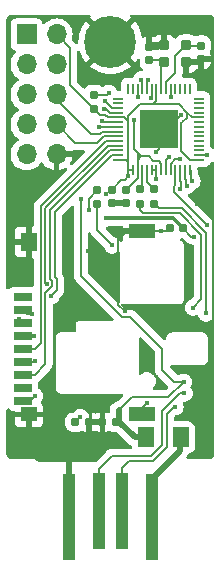
<source format=gtl>
G04 #@! TF.GenerationSoftware,KiCad,Pcbnew,7.0.1-3b83917a11~172~ubuntu22.04.1*
G04 #@! TF.CreationDate,2023-04-10T17:36:39+00:00*
G04 #@! TF.ProjectId,ducklace,6475636b-6c61-4636-952e-6b696361645f,rev?*
G04 #@! TF.SameCoordinates,Original*
G04 #@! TF.FileFunction,Copper,L1,Top*
G04 #@! TF.FilePolarity,Positive*
%FSLAX46Y46*%
G04 Gerber Fmt 4.6, Leading zero omitted, Abs format (unit mm)*
G04 Created by KiCad (PCBNEW 7.0.1-3b83917a11~172~ubuntu22.04.1) date 2023-04-10 17:36:39*
%MOMM*%
%LPD*%
G01*
G04 APERTURE LIST*
G04 Aperture macros list*
%AMRoundRect*
0 Rectangle with rounded corners*
0 $1 Rounding radius*
0 $2 $3 $4 $5 $6 $7 $8 $9 X,Y pos of 4 corners*
0 Add a 4 corners polygon primitive as box body*
4,1,4,$2,$3,$4,$5,$6,$7,$8,$9,$2,$3,0*
0 Add four circle primitives for the rounded corners*
1,1,$1+$1,$2,$3*
1,1,$1+$1,$4,$5*
1,1,$1+$1,$6,$7*
1,1,$1+$1,$8,$9*
0 Add four rect primitives between the rounded corners*
20,1,$1+$1,$2,$3,$4,$5,0*
20,1,$1+$1,$4,$5,$6,$7,0*
20,1,$1+$1,$6,$7,$8,$9,0*
20,1,$1+$1,$8,$9,$2,$3,0*%
G04 Aperture macros list end*
G04 #@! TA.AperFunction,SMDPad,CuDef*
%ADD10R,1.600000X0.700000*%
G04 #@! TD*
G04 #@! TA.AperFunction,SMDPad,CuDef*
%ADD11R,1.400000X1.200000*%
G04 #@! TD*
G04 #@! TA.AperFunction,SMDPad,CuDef*
%ADD12R,2.200000X1.200000*%
G04 #@! TD*
G04 #@! TA.AperFunction,SMDPad,CuDef*
%ADD13R,1.400000X1.600000*%
G04 #@! TD*
G04 #@! TA.AperFunction,SMDPad,CuDef*
%ADD14RoundRect,0.160000X-0.160000X0.197500X-0.160000X-0.197500X0.160000X-0.197500X0.160000X0.197500X0*%
G04 #@! TD*
G04 #@! TA.AperFunction,SMDPad,CuDef*
%ADD15RoundRect,0.050000X0.387500X0.050000X-0.387500X0.050000X-0.387500X-0.050000X0.387500X-0.050000X0*%
G04 #@! TD*
G04 #@! TA.AperFunction,SMDPad,CuDef*
%ADD16RoundRect,0.050000X0.050000X0.387500X-0.050000X0.387500X-0.050000X-0.387500X0.050000X-0.387500X0*%
G04 #@! TD*
G04 #@! TA.AperFunction,SMDPad,CuDef*
%ADD17R,3.200000X3.200000*%
G04 #@! TD*
G04 #@! TA.AperFunction,ComponentPad*
%ADD18R,1.700000X1.700000*%
G04 #@! TD*
G04 #@! TA.AperFunction,ComponentPad*
%ADD19O,1.700000X1.700000*%
G04 #@! TD*
G04 #@! TA.AperFunction,SMDPad,CuDef*
%ADD20RoundRect,0.155000X-0.155000X0.212500X-0.155000X-0.212500X0.155000X-0.212500X0.155000X0.212500X0*%
G04 #@! TD*
G04 #@! TA.AperFunction,SMDPad,CuDef*
%ADD21RoundRect,0.155000X0.155000X-0.212500X0.155000X0.212500X-0.155000X0.212500X-0.155000X-0.212500X0*%
G04 #@! TD*
G04 #@! TA.AperFunction,SMDPad,CuDef*
%ADD22RoundRect,0.155000X-0.212500X-0.155000X0.212500X-0.155000X0.212500X0.155000X-0.212500X0.155000X0*%
G04 #@! TD*
G04 #@! TA.AperFunction,SMDPad,CuDef*
%ADD23RoundRect,0.200000X-0.250000X0.200000X-0.250000X-0.200000X0.250000X-0.200000X0.250000X0.200000X0*%
G04 #@! TD*
G04 #@! TA.AperFunction,SMDPad,CuDef*
%ADD24RoundRect,0.155000X0.212500X0.155000X-0.212500X0.155000X-0.212500X-0.155000X0.212500X-0.155000X0*%
G04 #@! TD*
G04 #@! TA.AperFunction,SMDPad,CuDef*
%ADD25RoundRect,0.250001X0.462499X0.624999X-0.462499X0.624999X-0.462499X-0.624999X0.462499X-0.624999X0*%
G04 #@! TD*
G04 #@! TA.AperFunction,ComponentPad*
%ADD26C,0.700000*%
G04 #@! TD*
G04 #@! TA.AperFunction,ComponentPad*
%ADD27C,4.400000*%
G04 #@! TD*
G04 #@! TA.AperFunction,SMDPad,CuDef*
%ADD28RoundRect,0.160000X0.160000X-0.197500X0.160000X0.197500X-0.160000X0.197500X-0.160000X-0.197500X0*%
G04 #@! TD*
G04 #@! TA.AperFunction,SMDPad,CuDef*
%ADD29R,1.000000X7.400000*%
G04 #@! TD*
G04 #@! TA.AperFunction,SMDPad,CuDef*
%ADD30R,1.000000X6.400000*%
G04 #@! TD*
G04 #@! TA.AperFunction,ViaPad*
%ADD31C,0.400000*%
G04 #@! TD*
G04 #@! TA.AperFunction,Conductor*
%ADD32C,0.200000*%
G04 #@! TD*
G04 #@! TA.AperFunction,Conductor*
%ADD33C,0.500000*%
G04 #@! TD*
G04 #@! TA.AperFunction,Conductor*
%ADD34C,0.300000*%
G04 #@! TD*
G04 APERTURE END LIST*
D10*
G04 #@! TO.P,J3,1,DAT2*
G04 #@! TO.N,unconnected-(J3-DAT2-Pad1)*
X90500000Y-104780000D03*
G04 #@! TO.P,J3,2,DAT3/CD*
G04 #@! TO.N,/SD_~{CS}*
X90500000Y-105880000D03*
G04 #@! TO.P,J3,3,CMD*
G04 #@! TO.N,/SD_COPI*
X90500000Y-106980000D03*
G04 #@! TO.P,J3,4,VDD*
G04 #@! TO.N,+3V3*
X90500000Y-108080000D03*
G04 #@! TO.P,J3,5,CLK*
G04 #@! TO.N,/SD_CLK*
X90500000Y-109180000D03*
G04 #@! TO.P,J3,6,VSS*
G04 #@! TO.N,GND*
X90500000Y-110280000D03*
G04 #@! TO.P,J3,7,DAT0*
G04 #@! TO.N,/SD_CIPO*
X90500000Y-111380000D03*
G04 #@! TO.P,J3,8,DAT1*
G04 #@! TO.N,unconnected-(J3-DAT1-Pad8)*
X90500000Y-112480000D03*
G04 #@! TO.P,J3,9,DET*
G04 #@! TO.N,/SD_DET*
X90500000Y-113580000D03*
D11*
G04 #@! TO.P,J3,10,SHIELD*
G04 #@! TO.N,GND*
X91000000Y-114730000D03*
D12*
X100600000Y-114730000D03*
D13*
X91000000Y-100130000D03*
D12*
X100600000Y-99230000D03*
G04 #@! TD*
D14*
G04 #@! TO.P,R3,1*
G04 #@! TO.N,/DM*
X100400000Y-95682500D03*
G04 #@! TO.P,R3,2*
G04 #@! TO.N,/USBDM*
X100400000Y-96877500D03*
G04 #@! TD*
D15*
G04 #@! TO.P,U1,1,IOVDD*
G04 #@! TO.N,+3V3*
X105437500Y-93180000D03*
G04 #@! TO.P,U1,2,GPIO0*
G04 #@! TO.N,/SD_DET*
X105437500Y-92780000D03*
G04 #@! TO.P,U1,3,GPIO1*
G04 #@! TO.N,unconnected-(U1-GPIO1-Pad3)*
X105437500Y-92380000D03*
G04 #@! TO.P,U1,4,GPIO2*
G04 #@! TO.N,unconnected-(U1-GPIO2-Pad4)*
X105437500Y-91980000D03*
G04 #@! TO.P,U1,5,GPIO3*
G04 #@! TO.N,unconnected-(U1-GPIO3-Pad5)*
X105437500Y-91580000D03*
G04 #@! TO.P,U1,6,GPIO4*
G04 #@! TO.N,unconnected-(U1-GPIO4-Pad6)*
X105437500Y-91180000D03*
G04 #@! TO.P,U1,7,GPIO5*
G04 #@! TO.N,unconnected-(U1-GPIO5-Pad7)*
X105437500Y-90780000D03*
G04 #@! TO.P,U1,8,GPIO6*
G04 #@! TO.N,unconnected-(U1-GPIO6-Pad8)*
X105437500Y-90380000D03*
G04 #@! TO.P,U1,9,GPIO7*
G04 #@! TO.N,unconnected-(U1-GPIO7-Pad9)*
X105437500Y-89980000D03*
G04 #@! TO.P,U1,10,IOVDD*
G04 #@! TO.N,+3V3*
X105437500Y-89580000D03*
G04 #@! TO.P,U1,11,GPIO8*
G04 #@! TO.N,unconnected-(U1-GPIO8-Pad11)*
X105437500Y-89180000D03*
G04 #@! TO.P,U1,12,GPIO9*
G04 #@! TO.N,unconnected-(U1-GPIO9-Pad12)*
X105437500Y-88780000D03*
G04 #@! TO.P,U1,13,GPIO10*
G04 #@! TO.N,unconnected-(U1-GPIO10-Pad13)*
X105437500Y-88380000D03*
G04 #@! TO.P,U1,14,GPIO11*
G04 #@! TO.N,unconnected-(U1-GPIO11-Pad14)*
X105437500Y-87980000D03*
D16*
G04 #@! TO.P,U1,15,GPIO12*
G04 #@! TO.N,unconnected-(U1-GPIO12-Pad15)*
X104600000Y-87142500D03*
G04 #@! TO.P,U1,16,GPIO13*
G04 #@! TO.N,unconnected-(U1-GPIO13-Pad16)*
X104200000Y-87142500D03*
G04 #@! TO.P,U1,17,GPIO14*
G04 #@! TO.N,unconnected-(U1-GPIO14-Pad17)*
X103800000Y-87142500D03*
G04 #@! TO.P,U1,18,GPIO15*
G04 #@! TO.N,unconnected-(U1-GPIO15-Pad18)*
X103400000Y-87142500D03*
G04 #@! TO.P,U1,19,TESTEN*
G04 #@! TO.N,GND*
X103000000Y-87142500D03*
G04 #@! TO.P,U1,20,XIN*
G04 #@! TO.N,/XIN*
X102600000Y-87142500D03*
G04 #@! TO.P,U1,21,XOUT*
G04 #@! TO.N,/XOUT*
X102200000Y-87142500D03*
G04 #@! TO.P,U1,22,IOVDD*
G04 #@! TO.N,+3V3*
X101800000Y-87142500D03*
G04 #@! TO.P,U1,23,DVDD*
G04 #@! TO.N,+1V1*
X101400000Y-87142500D03*
G04 #@! TO.P,U1,24,SWCLK*
G04 #@! TO.N,/SWCLK*
X101000000Y-87142500D03*
G04 #@! TO.P,U1,25,SWD*
G04 #@! TO.N,/SWD*
X100600000Y-87142500D03*
G04 #@! TO.P,U1,26,RUN*
G04 #@! TO.N,/RST*
X100200000Y-87142500D03*
G04 #@! TO.P,U1,27,GPIO16*
G04 #@! TO.N,unconnected-(U1-GPIO16-Pad27)*
X99800000Y-87142500D03*
G04 #@! TO.P,U1,28,GPIO17*
G04 #@! TO.N,unconnected-(U1-GPIO17-Pad28)*
X99400000Y-87142500D03*
D15*
G04 #@! TO.P,U1,29,GPIO18*
G04 #@! TO.N,unconnected-(U1-GPIO18-Pad29)*
X98562500Y-87980000D03*
G04 #@! TO.P,U1,30,GPIO19*
G04 #@! TO.N,unconnected-(U1-GPIO19-Pad30)*
X98562500Y-88380000D03*
G04 #@! TO.P,U1,31,GPIO20*
G04 #@! TO.N,/EXP_RX*
X98562500Y-88780000D03*
G04 #@! TO.P,U1,32,GPIO21*
G04 #@! TO.N,/EXP_~{CS}*
X98562500Y-89180000D03*
G04 #@! TO.P,U1,33,IOVDD*
G04 #@! TO.N,+3V3*
X98562500Y-89580000D03*
G04 #@! TO.P,U1,34,GPIO22*
G04 #@! TO.N,/EXP_SCK*
X98562500Y-89980000D03*
G04 #@! TO.P,U1,35,GPIO23*
G04 #@! TO.N,/EXP_TX*
X98562500Y-90380000D03*
G04 #@! TO.P,U1,36,GPIO24*
G04 #@! TO.N,/EXP_SDA*
X98562500Y-90780000D03*
G04 #@! TO.P,U1,37,GPIO25*
G04 #@! TO.N,/EXP_SCL*
X98562500Y-91180000D03*
G04 #@! TO.P,U1,38,GPIO26_ADC0*
G04 #@! TO.N,/SD_CLK*
X98562500Y-91580000D03*
G04 #@! TO.P,U1,39,GPIO27_ADC1*
G04 #@! TO.N,/SD_COPI*
X98562500Y-91980000D03*
G04 #@! TO.P,U1,40,GPIO28_ADC2*
G04 #@! TO.N,/SD_CIPO*
X98562500Y-92380000D03*
G04 #@! TO.P,U1,41,GPIO29_ADC3*
G04 #@! TO.N,/SD_~{CS}*
X98562500Y-92780000D03*
G04 #@! TO.P,U1,42,IOVDD*
G04 #@! TO.N,+3V3*
X98562500Y-93180000D03*
D16*
G04 #@! TO.P,U1,43,ADC_AVDD*
X99400000Y-94017500D03*
G04 #@! TO.P,U1,44,VREG_IN*
X99800000Y-94017500D03*
G04 #@! TO.P,U1,45,VREG_VOUT*
G04 #@! TO.N,+1V1*
X100200000Y-94017500D03*
G04 #@! TO.P,U1,46,USB_DM*
G04 #@! TO.N,/DM*
X100600000Y-94017500D03*
G04 #@! TO.P,U1,47,USB_DP*
G04 #@! TO.N,/DP*
X101000000Y-94017500D03*
G04 #@! TO.P,U1,48,USB_VDD*
G04 #@! TO.N,+3V3*
X101400000Y-94017500D03*
G04 #@! TO.P,U1,49,IOVDD*
X101800000Y-94017500D03*
G04 #@! TO.P,U1,50,DVDD*
G04 #@! TO.N,+1V1*
X102200000Y-94017500D03*
G04 #@! TO.P,U1,51,QSPI_SD3*
G04 #@! TO.N,/FLASH_SD3*
X102600000Y-94017500D03*
G04 #@! TO.P,U1,52,QSPI_SCLK*
G04 #@! TO.N,/FLASH_CLK*
X103000000Y-94017500D03*
G04 #@! TO.P,U1,53,QSPI_SD0*
G04 #@! TO.N,/FLASH_SD0*
X103400000Y-94017500D03*
G04 #@! TO.P,U1,54,QSPI_SD2*
G04 #@! TO.N,/FLASH_SD2*
X103800000Y-94017500D03*
G04 #@! TO.P,U1,55,QSPI_SD1*
G04 #@! TO.N,/FLASH_SD1*
X104200000Y-94017500D03*
G04 #@! TO.P,U1,56,QSPI_SS*
G04 #@! TO.N,/FLASH_CS*
X104600000Y-94017500D03*
D17*
G04 #@! TO.P,U1,57,GND*
G04 #@! TO.N,GND*
X102000000Y-90580000D03*
G04 #@! TD*
D18*
G04 #@! TO.P,J2,1,Pin_1*
G04 #@! TO.N,+5V*
X90800000Y-82555000D03*
D19*
G04 #@! TO.P,J2,2,Pin_2*
G04 #@! TO.N,+3V3*
X93340000Y-82555000D03*
G04 #@! TO.P,J2,3,Pin_3*
G04 #@! TO.N,/EXP_RX*
X90800000Y-85095000D03*
G04 #@! TO.P,J2,4,Pin_4*
G04 #@! TO.N,unconnected-(J2-Pin_4-Pad4)*
X93340000Y-85095000D03*
G04 #@! TO.P,J2,5,Pin_5*
G04 #@! TO.N,/EXP_~{CS}*
X90800000Y-87635000D03*
G04 #@! TO.P,J2,6,Pin_6*
G04 #@! TO.N,/EXP_SDA*
X93340000Y-87635000D03*
G04 #@! TO.P,J2,7,Pin_7*
G04 #@! TO.N,/EXP_SCK*
X90800000Y-90175000D03*
G04 #@! TO.P,J2,8,Pin_8*
G04 #@! TO.N,/EXP_SCL*
X93340000Y-90175000D03*
G04 #@! TO.P,J2,9,Pin_9*
G04 #@! TO.N,/EXP_TX*
X90800000Y-92715000D03*
G04 #@! TO.P,J2,10,Pin_10*
G04 #@! TO.N,GND*
X93340000Y-92715000D03*
G04 #@! TD*
D20*
G04 #@! TO.P,C3,1*
G04 #@! TO.N,GND*
X101200000Y-83612500D03*
G04 #@! TO.P,C3,2*
G04 #@! TO.N,/XOUT*
X101200000Y-84747500D03*
G04 #@! TD*
D21*
G04 #@! TO.P,C6,1*
G04 #@! TO.N,GND*
X99200000Y-96847500D03*
G04 #@! TO.P,C6,2*
G04 #@! TO.N,+1V1*
X99200000Y-95712500D03*
G04 #@! TD*
G04 #@! TO.P,C2,1*
G04 #@! TO.N,GND*
X105600000Y-84647500D03*
G04 #@! TO.P,C2,2*
G04 #@! TO.N,/XIN*
X105600000Y-83512500D03*
G04 #@! TD*
D22*
G04 #@! TO.P,C4,1*
G04 #@! TO.N,+3V3*
X94932500Y-115380000D03*
G04 #@! TO.P,C4,2*
G04 #@! TO.N,GND*
X96067500Y-115380000D03*
G04 #@! TD*
D23*
G04 #@! TO.P,Y1,1,1*
G04 #@! TO.N,/XIN*
X104325000Y-83455000D03*
G04 #@! TO.P,Y1,2,2*
G04 #@! TO.N,GND*
X102475000Y-83455000D03*
G04 #@! TO.P,Y1,3,3*
G04 #@! TO.N,/XOUT*
X102475000Y-84905000D03*
G04 #@! TO.P,Y1,4,4*
G04 #@! TO.N,GND*
X104325000Y-84905000D03*
G04 #@! TD*
D24*
G04 #@! TO.P,C1,1*
G04 #@! TO.N,+5V*
X98367500Y-115380000D03*
G04 #@! TO.P,C1,2*
G04 #@! TO.N,GND*
X97232500Y-115380000D03*
G04 #@! TD*
D25*
G04 #@! TO.P,F1,1*
G04 #@! TO.N,VBUS*
X103887500Y-116680000D03*
G04 #@! TO.P,F1,2*
G04 #@! TO.N,+5V*
X100912500Y-116680000D03*
G04 #@! TD*
D24*
G04 #@! TO.P,C5,1*
G04 #@! TO.N,+3V3*
X104067500Y-98980000D03*
G04 #@! TO.P,C5,2*
G04 #@! TO.N,GND*
X102932500Y-98980000D03*
G04 #@! TD*
D14*
G04 #@! TO.P,R1,1*
G04 #@! TO.N,/~{USB_BOOT}*
X96800000Y-95702500D03*
G04 #@! TO.P,R1,2*
G04 #@! TO.N,/FLASH_CS*
X96800000Y-96897500D03*
G04 #@! TD*
D26*
G04 #@! TO.P,H1,1,1*
G04 #@! TO.N,GND*
X96250000Y-83180000D03*
X96733274Y-82013274D03*
X96733274Y-84346726D03*
X97900000Y-81530000D03*
D27*
X97900000Y-83180000D03*
D26*
X97900000Y-84830000D03*
X99066726Y-82013274D03*
X99066726Y-84346726D03*
X99550000Y-83180000D03*
G04 #@! TD*
D28*
G04 #@! TO.P,R5,1*
G04 #@! TO.N,+3V3*
X96500000Y-88847500D03*
G04 #@! TO.P,R5,2*
G04 #@! TO.N,/RST*
X96500000Y-87652500D03*
G04 #@! TD*
D29*
G04 #@! TO.P,J1,1,VBUS*
G04 #@! TO.N,VBUS*
X101400000Y-123380000D03*
D30*
G04 #@! TO.P,J1,2,D-*
G04 #@! TO.N,/D-*
X98900000Y-122880000D03*
G04 #@! TO.P,J1,3,D+*
G04 #@! TO.N,/D+*
X96900000Y-122880000D03*
D29*
G04 #@! TO.P,J1,4,GND*
G04 #@! TO.N,GND*
X94400000Y-123380000D03*
G04 #@! TD*
D28*
G04 #@! TO.P,R2,1*
G04 #@! TO.N,/USBDP*
X101600000Y-96877500D03*
G04 #@! TO.P,R2,2*
G04 #@! TO.N,/DP*
X101600000Y-95682500D03*
G04 #@! TD*
D20*
G04 #@! TO.P,C7,1*
G04 #@! TO.N,+3V3*
X98000000Y-95712500D03*
G04 #@! TO.P,C7,2*
G04 #@! TO.N,GND*
X98000000Y-96847500D03*
G04 #@! TD*
D31*
G04 #@! TO.N,+5V*
X98600000Y-114380000D03*
X104100000Y-111980000D03*
X95400000Y-96480000D03*
G04 #@! TO.N,GND*
X105200000Y-96880000D03*
X92500000Y-95000000D03*
X94400000Y-105350000D03*
X96000000Y-100900000D03*
X101750000Y-92500000D03*
X103896800Y-89383200D03*
X103000000Y-87880000D03*
X91150000Y-96400000D03*
X106400000Y-94000000D03*
X101700000Y-106550000D03*
X101100000Y-110000000D03*
X91500000Y-110180000D03*
X104400000Y-106880000D03*
X94250000Y-100250000D03*
X98650000Y-96750000D03*
X102200000Y-99230000D03*
X99100000Y-105980000D03*
X101000000Y-113780000D03*
G04 #@! TO.N,+3V3*
X97500000Y-98130000D03*
X97550000Y-96100000D03*
X95366778Y-114962111D03*
X101800000Y-94780000D03*
X105000000Y-99680000D03*
X91400000Y-108080000D03*
X99400000Y-94580000D03*
G04 #@! TO.N,+1V1*
X99900000Y-89780000D03*
X101300500Y-87903230D03*
G04 #@! TO.N,/~{USB_BOOT}*
X96050000Y-97450000D03*
G04 #@! TO.N,/FLASH_CS*
X104837114Y-94957317D03*
X98053233Y-100403383D03*
G04 #@! TO.N,/USBDP*
X106000000Y-106180000D03*
G04 #@! TO.N,/USBDM*
X104900000Y-105680000D03*
G04 #@! TO.N,/RST*
X97750000Y-87500000D03*
X100200000Y-87812047D03*
G04 #@! TO.N,/SD_~{CS}*
X91300000Y-106230498D03*
X92906504Y-104686504D03*
G04 #@! TO.N,/SD_COPI*
X90200000Y-106629502D03*
X92499500Y-103680000D03*
G04 #@! TO.N,/SWCLK*
X101100000Y-86380000D03*
G04 #@! TO.N,/SWD*
X100500501Y-86381770D03*
G04 #@! TO.N,/FLASH_SD3*
X102849313Y-92929312D03*
G04 #@! TO.N,/FLASH_CLK*
X103803809Y-93076191D03*
G04 #@! TO.N,/FLASH_SD0*
X106099538Y-98700000D03*
G04 #@! TO.N,/FLASH_SD2*
X103758276Y-95651631D03*
G04 #@! TO.N,/FLASH_SD1*
X104390625Y-95357380D03*
G04 #@! TO.N,/D-*
X103400000Y-114080000D03*
G04 #@! TO.N,/D+*
X104174750Y-112954750D03*
G04 #@! TO.N,/SD_DET*
X91500000Y-113180000D03*
X106107047Y-92780000D03*
G04 #@! TO.N,/EXP_TX*
X96909739Y-90374635D03*
G04 #@! TO.N,/EXP_SCK*
X97229177Y-89852700D03*
G04 #@! TO.N,/EXP_~{CS}*
X97396800Y-88853200D03*
G04 #@! TO.N,/EXP_RX*
X97462563Y-88152000D03*
G04 #@! TD*
D32*
G04 #@! TO.N,+5V*
X102300000Y-110980000D02*
X102300000Y-109180000D01*
D33*
X98600000Y-115330000D02*
X99950000Y-116680000D01*
D32*
X95400000Y-102987107D02*
X95400000Y-96480000D01*
D33*
X99950000Y-116680000D02*
X100912500Y-116680000D01*
D32*
X99700000Y-113280000D02*
X102800000Y-113280000D01*
X103300000Y-111980000D02*
X102300000Y-110980000D01*
X98892893Y-106480000D02*
X95400000Y-102987107D01*
D33*
X98600000Y-114380000D02*
X98600000Y-115330000D01*
D32*
X104100000Y-111980000D02*
X103300000Y-111980000D01*
X99600000Y-106480000D02*
X98892893Y-106480000D01*
X98600000Y-114380000D02*
X99700000Y-113280000D01*
X102300000Y-109180000D02*
X99600000Y-106480000D01*
X102800000Y-113280000D02*
X104100000Y-111980000D01*
D33*
G04 #@! TO.N,GND*
X104325000Y-84905000D02*
X105342500Y-84905000D01*
D32*
X105400000Y-96680000D02*
X105200000Y-96880000D01*
X98553233Y-105433233D02*
X99100000Y-105980000D01*
X101000000Y-113780000D02*
X100600000Y-114180000D01*
X105200000Y-96880000D02*
X106599538Y-98279538D01*
X103000000Y-87142500D02*
X103000000Y-87880000D01*
X98553233Y-99976767D02*
X98553233Y-105433233D01*
D33*
X101357500Y-83455000D02*
X101200000Y-83612500D01*
D32*
X103896800Y-89383200D02*
X102700000Y-90580000D01*
X99300000Y-99230000D02*
X98553233Y-99976767D01*
X100600000Y-114180000D02*
X100600000Y-114730000D01*
X91400000Y-110280000D02*
X91500000Y-110180000D01*
D33*
X94400000Y-123380000D02*
X94400000Y-118380000D01*
D32*
X102700000Y-90580000D02*
X102000000Y-90580000D01*
D33*
X105342500Y-84905000D02*
X105600000Y-84647500D01*
D32*
X102000000Y-92250000D02*
X101750000Y-92500000D01*
X102000000Y-90580000D02*
X102000000Y-92250000D01*
X100600000Y-99230000D02*
X99300000Y-99230000D01*
D33*
X102475000Y-83455000D02*
X101357500Y-83455000D01*
D32*
X106599538Y-98279538D02*
X106599538Y-106999538D01*
X105400000Y-96580000D02*
X105400000Y-96680000D01*
X102932500Y-98980000D02*
X102682500Y-99230000D01*
X102682500Y-99230000D02*
X100600000Y-99230000D01*
X90500000Y-110280000D02*
X91400000Y-110280000D01*
G04 #@! TO.N,/XIN*
X104382500Y-83512500D02*
X104325000Y-83455000D01*
X103400000Y-84380000D02*
X104325000Y-83455000D01*
X102600000Y-87142500D02*
X102600000Y-86580000D01*
X105600000Y-83512500D02*
X104382500Y-83512500D01*
X102600000Y-86580000D02*
X103400000Y-85780000D01*
X103400000Y-85780000D02*
X103400000Y-84380000D01*
G04 #@! TO.N,/XOUT*
X102200000Y-85180000D02*
X102200000Y-87142500D01*
X101200000Y-84747500D02*
X102317500Y-84747500D01*
X102317500Y-84747500D02*
X102475000Y-84905000D01*
X102475000Y-84905000D02*
X102200000Y-85180000D01*
G04 #@! TO.N,+3V3*
X99800000Y-94017500D02*
X99400000Y-94017500D01*
X101800000Y-87142500D02*
X101800000Y-88180000D01*
X104396800Y-89590307D02*
X104002082Y-89985025D01*
X99094975Y-89580000D02*
X99400000Y-89885025D01*
X99400000Y-89480000D02*
X99400000Y-89885025D01*
X94490000Y-86837500D02*
X94490000Y-83705000D01*
X103900000Y-92430000D02*
X104650000Y-93180000D01*
X105000000Y-99680000D02*
X104767500Y-99680000D01*
X90500000Y-108080000D02*
X91400000Y-108080000D01*
X104767500Y-99680000D02*
X104067500Y-98980000D01*
X97937500Y-95712500D02*
X97550000Y-96100000D01*
X100400000Y-88480000D02*
X99400000Y-89480000D01*
X98562500Y-93180000D02*
X99200000Y-93180000D01*
X95366778Y-114962111D02*
X95350389Y-114962111D01*
X101800000Y-94017500D02*
X101400000Y-94017500D01*
X97471828Y-89353200D02*
X97005700Y-89353200D01*
X98562500Y-89580000D02*
X99094975Y-89580000D01*
X103994975Y-89985025D02*
X103900000Y-90080000D01*
X99400000Y-89885025D02*
X99400000Y-93380000D01*
X99400000Y-93380000D02*
X99400000Y-94017500D01*
X97005700Y-89353200D02*
X96500000Y-88847500D01*
X94490000Y-83705000D02*
X93340000Y-82555000D01*
X101800000Y-88180000D02*
X101500000Y-88480000D01*
X99400000Y-94017500D02*
X99400000Y-94580000D01*
X104800000Y-89580000D02*
X104396800Y-89176800D01*
X99400000Y-94580000D02*
X99100000Y-94880000D01*
X104396800Y-89176800D02*
X104396800Y-89590307D01*
X104396800Y-89176800D02*
X103700000Y-88480000D01*
X101500000Y-88480000D02*
X100400000Y-88480000D01*
X97698628Y-89580000D02*
X97471828Y-89353200D01*
X99200000Y-93180000D02*
X99400000Y-93380000D01*
X104002082Y-89985025D02*
X103994975Y-89985025D01*
X99100000Y-94880000D02*
X98832500Y-94880000D01*
X104650000Y-93180000D02*
X105437500Y-93180000D01*
X103900000Y-90080000D02*
X103900000Y-92430000D01*
D34*
X97500000Y-98130000D02*
X103217500Y-98130000D01*
D32*
X95350389Y-114962111D02*
X94932500Y-115380000D01*
X96500000Y-88847500D02*
X94490000Y-86837500D01*
X98832500Y-94880000D02*
X98000000Y-95712500D01*
X98562500Y-89580000D02*
X97698628Y-89580000D01*
X103700000Y-88480000D02*
X101500000Y-88480000D01*
X105437500Y-89580000D02*
X104800000Y-89580000D01*
X98000000Y-95712500D02*
X97937500Y-95712500D01*
D34*
X103217500Y-98130000D02*
X104067500Y-98980000D01*
D32*
X101800000Y-94017500D02*
X101800000Y-94780000D01*
G04 #@! TO.N,+1V1*
X99900000Y-89780000D02*
X99900000Y-92280000D01*
X100500000Y-92880000D02*
X100200000Y-93180000D01*
X101400000Y-87803730D02*
X101300500Y-87903230D01*
X101400000Y-87142500D02*
X101400000Y-87803730D01*
X100200000Y-93480000D02*
X100200000Y-92580000D01*
X101530000Y-93280000D02*
X101994975Y-93280000D01*
X100200000Y-94017500D02*
X100200000Y-93480000D01*
X100200000Y-94017500D02*
X100200000Y-94712500D01*
X99900000Y-92280000D02*
X100200000Y-92580000D01*
X100200000Y-94712500D02*
X99200000Y-95712500D01*
X100500000Y-92880000D02*
X101130000Y-92880000D01*
X102200000Y-93485025D02*
X102200000Y-94017500D01*
X100200000Y-93180000D02*
X100200000Y-93480000D01*
X100200000Y-92580000D02*
X100500000Y-92880000D01*
X101994975Y-93280000D02*
X102200000Y-93485025D01*
X101130000Y-92880000D02*
X101530000Y-93280000D01*
D33*
G04 #@! TO.N,VBUS*
X103797106Y-117782894D02*
X101400000Y-120180000D01*
X103887500Y-116680000D02*
X103797106Y-116770394D01*
X103797106Y-116770394D02*
X103797106Y-117782894D01*
X101400000Y-120180000D02*
X101400000Y-123380000D01*
D32*
G04 #@! TO.N,/~{USB_BOOT}*
X96050000Y-96452500D02*
X96050000Y-97450000D01*
X96800000Y-95702500D02*
X96050000Y-96452500D01*
G04 #@! TO.N,/FLASH_CS*
X98053233Y-100403383D02*
X96800000Y-99150150D01*
X104837114Y-94957317D02*
X104691125Y-94811328D01*
X104691125Y-94811328D02*
X104691125Y-94108625D01*
X104691125Y-94108625D02*
X104600000Y-94017500D01*
X96800000Y-99150150D02*
X96800000Y-96897500D01*
G04 #@! TO.N,/USBDP*
X106000000Y-99335848D02*
X103944153Y-97280000D01*
X102002500Y-97280000D02*
X101600000Y-96877500D01*
X103944153Y-97280000D02*
X102002500Y-97280000D01*
X106000000Y-106180000D02*
X106000000Y-99335848D01*
G04 #@! TO.N,/DP*
X101000000Y-95082500D02*
X101600000Y-95682500D01*
X101000000Y-94017500D02*
X101000000Y-95082500D01*
G04 #@! TO.N,/DM*
X100400000Y-95682500D02*
X100600000Y-95482500D01*
X100600000Y-95482500D02*
X100600000Y-94017500D01*
G04 #@! TO.N,/USBDM*
X105600000Y-104980000D02*
X105600000Y-99501533D01*
X100700000Y-97680000D02*
X100400000Y-97380000D01*
X104900000Y-105680000D02*
X105600000Y-104980000D01*
X103778467Y-97680000D02*
X100700000Y-97680000D01*
X105600000Y-99501533D02*
X103778467Y-97680000D01*
X100400000Y-97380000D02*
X100400000Y-96877500D01*
G04 #@! TO.N,/RST*
X100200000Y-87142500D02*
X100200000Y-87812047D01*
X97597500Y-87652500D02*
X96500000Y-87652500D01*
X97750000Y-87500000D02*
X97597500Y-87652500D01*
G04 #@! TO.N,/SD_~{CS}*
X98562500Y-92780000D02*
X98030025Y-92780000D01*
X90850498Y-106230498D02*
X90500000Y-105880000D01*
X93200000Y-103080000D02*
X93399500Y-103279500D01*
X93399500Y-104193508D02*
X92906504Y-104686504D01*
X93200000Y-97610025D02*
X93200000Y-103080000D01*
X98030025Y-92780000D02*
X93200000Y-97610025D01*
X91300000Y-106230498D02*
X90850498Y-106230498D01*
X93399500Y-103279500D02*
X93399500Y-104193508D01*
G04 #@! TO.N,/SD_CLK*
X91500000Y-109180000D02*
X90500000Y-109180000D01*
X92000000Y-97112968D02*
X92000000Y-108680000D01*
X97532967Y-91580000D02*
X92000000Y-97112968D01*
X92000000Y-108680000D02*
X91500000Y-109180000D01*
X98562500Y-91580000D02*
X97532967Y-91580000D01*
G04 #@! TO.N,/SD_COPI*
X92400000Y-103580500D02*
X92499500Y-103680000D01*
X92400000Y-97278653D02*
X92400000Y-103580500D01*
X98562500Y-91980000D02*
X97698653Y-91980000D01*
X90200000Y-106680000D02*
X90500000Y-106980000D01*
X97698653Y-91980000D02*
X92400000Y-97278653D01*
X90200000Y-106629502D02*
X90200000Y-106680000D01*
G04 #@! TO.N,/SD_CIPO*
X97864339Y-92380000D02*
X98562500Y-92380000D01*
X92400000Y-104486607D02*
X92999500Y-103887107D01*
X92800000Y-103273393D02*
X92800000Y-97444339D01*
X91500000Y-111380000D02*
X92400000Y-110480000D01*
X92800000Y-97444339D02*
X97864339Y-92380000D01*
X92400000Y-110480000D02*
X92400000Y-104486607D01*
X92999500Y-103887107D02*
X92999500Y-103472893D01*
X90500000Y-111380000D02*
X91500000Y-111380000D01*
X92999500Y-103472893D02*
X92800000Y-103273393D01*
G04 #@! TO.N,/SWCLK*
X101000000Y-87142500D02*
X101000000Y-86480000D01*
X101000000Y-86480000D02*
X101100000Y-86380000D01*
G04 #@! TO.N,/SWD*
X100600000Y-86481269D02*
X100500501Y-86381770D01*
X100600000Y-87142500D02*
X100600000Y-86481269D01*
G04 #@! TO.N,/FLASH_SD3*
X102600000Y-93273393D02*
X102600000Y-93178625D01*
X102600000Y-93178625D02*
X102849313Y-92929312D01*
X102600000Y-94017500D02*
X102600000Y-93273393D01*
G04 #@! TO.N,/FLASH_CLK*
X103408834Y-93076191D02*
X103000000Y-93485025D01*
X103000000Y-93485025D02*
X103000000Y-94017500D01*
X103803809Y-93076191D02*
X103408834Y-93076191D01*
G04 #@! TO.N,/FLASH_SD0*
X103258276Y-95858738D02*
X103258276Y-95444524D01*
X106099538Y-98700000D02*
X103258276Y-95858738D01*
X103400000Y-95302800D02*
X103400000Y-94017500D01*
X103258276Y-95444524D02*
X103400000Y-95302800D01*
G04 #@! TO.N,/FLASH_SD2*
X103800000Y-94951955D02*
X103891125Y-95043080D01*
X103800000Y-94017500D02*
X103800000Y-94951955D01*
X103891125Y-95518782D02*
X103758276Y-95651631D01*
X103891125Y-95043080D02*
X103891125Y-95518782D01*
G04 #@! TO.N,/FLASH_SD1*
X104291125Y-95257880D02*
X104291125Y-94877395D01*
X104200000Y-94786269D02*
X104200000Y-94017500D01*
X104390625Y-95357380D02*
X104291125Y-95257880D01*
X104291125Y-94877395D02*
X104200000Y-94786269D01*
G04 #@! TO.N,/D-*
X99500000Y-118680000D02*
X101500000Y-118680000D01*
X98900000Y-122880000D02*
X98900000Y-119280000D01*
X102700000Y-117480000D02*
X102700000Y-114680000D01*
X98900000Y-119280000D02*
X99500000Y-118680000D01*
X101500000Y-118680000D02*
X102700000Y-117480000D01*
X102700000Y-114680000D02*
X103300000Y-114080000D01*
X103300000Y-114080000D02*
X103400000Y-114080000D01*
G04 #@! TO.N,/D+*
X98000000Y-118280000D02*
X96900000Y-119380000D01*
X103818143Y-112954750D02*
X102300000Y-114472893D01*
X102300000Y-114472893D02*
X102300000Y-117314314D01*
X104174750Y-112954750D02*
X103818143Y-112954750D01*
X96900000Y-119380000D02*
X96900000Y-122880000D01*
X101334314Y-118280000D02*
X98000000Y-118280000D01*
X102300000Y-117314314D02*
X101334314Y-118280000D01*
G04 #@! TO.N,/SD_DET*
X91500000Y-113180000D02*
X91100000Y-113580000D01*
X105437500Y-92780000D02*
X106107047Y-92780000D01*
X91100000Y-113580000D02*
X90500000Y-113580000D01*
G04 #@! TO.N,/EXP_SCL*
X94915000Y-91750000D02*
X93340000Y-90175000D01*
X98562500Y-91180000D02*
X97367281Y-91180000D01*
X96797281Y-91750000D02*
X94915000Y-91750000D01*
X97367281Y-91180000D02*
X96797281Y-91750000D01*
G04 #@! TO.N,/EXP_SDA*
X93340000Y-88090000D02*
X93340000Y-87635000D01*
X96981595Y-91000000D02*
X96250000Y-91000000D01*
X96250000Y-91000000D02*
X93340000Y-88090000D01*
X98562500Y-90780000D02*
X97201595Y-90780000D01*
X97201595Y-90780000D02*
X96981595Y-91000000D01*
G04 #@! TO.N,/EXP_TX*
X98562500Y-90380000D02*
X96915104Y-90380000D01*
X96915104Y-90380000D02*
X96909739Y-90374635D01*
G04 #@! TO.N,/EXP_SCK*
X97229177Y-89852700D02*
X97356477Y-89980000D01*
X97356477Y-89980000D02*
X98562500Y-89980000D01*
G04 #@! TO.N,/EXP_~{CS}*
X97864314Y-89180000D02*
X98562500Y-89180000D01*
X97396800Y-88853200D02*
X97537514Y-88853200D01*
X97537514Y-88853200D02*
X97864314Y-89180000D01*
G04 #@! TO.N,/EXP_RX*
X98030000Y-88780000D02*
X98562500Y-88780000D01*
X97462563Y-88152000D02*
X97462563Y-88212563D01*
X97462563Y-88212563D02*
X98030000Y-88780000D01*
G04 #@! TD*
G04 #@! TA.AperFunction,Conductor*
G04 #@! TO.N,GND*
G36*
X94748385Y-97058804D02*
G01*
X94785985Y-97102827D01*
X94799500Y-97159122D01*
X94799500Y-102939620D01*
X94798439Y-102955806D01*
X94794317Y-102987107D01*
X94806035Y-103076108D01*
X94814955Y-103143868D01*
X94875464Y-103289948D01*
X94971716Y-103415388D01*
X94996768Y-103434610D01*
X95008964Y-103445306D01*
X98131477Y-106567819D01*
X98161727Y-106617182D01*
X98166269Y-106674898D01*
X98144114Y-106728385D01*
X98100091Y-106765985D01*
X98043796Y-106779500D01*
X95252405Y-106779500D01*
X95161876Y-106808914D01*
X95084866Y-106864866D01*
X95028914Y-106941876D01*
X94999500Y-107032405D01*
X94999500Y-107645587D01*
X94990062Y-107693037D01*
X94963186Y-107733264D01*
X94953274Y-107743177D01*
X94913044Y-107770060D01*
X94865588Y-107779500D01*
X93647273Y-107779500D01*
X93545412Y-107806792D01*
X93454085Y-107859520D01*
X93379520Y-107934085D01*
X93326792Y-108025412D01*
X93299500Y-108127273D01*
X93299500Y-112536394D01*
X93324596Y-112646350D01*
X93373532Y-112747967D01*
X93403765Y-112785877D01*
X93443854Y-112836146D01*
X93492910Y-112875267D01*
X93532032Y-112906467D01*
X93633649Y-112955403D01*
X93743606Y-112980500D01*
X93743607Y-112980500D01*
X93777410Y-112980500D01*
X93800000Y-112980500D01*
X93839882Y-112980500D01*
X98850903Y-112980500D01*
X98907198Y-112994015D01*
X98951221Y-113031615D01*
X98973376Y-113085102D01*
X98968834Y-113142818D01*
X98938584Y-113192181D01*
X98521829Y-113608934D01*
X98491406Y-113631242D01*
X98455683Y-113643369D01*
X98383289Y-113656135D01*
X98222195Y-113725623D01*
X98081469Y-113830390D01*
X97968699Y-113964783D01*
X97889958Y-114121570D01*
X97849500Y-114292277D01*
X97849500Y-114495283D01*
X97836423Y-114550708D01*
X97799952Y-114594444D01*
X97747777Y-114617265D01*
X97690904Y-114614359D01*
X97548280Y-114572922D01*
X97511148Y-114570000D01*
X97482500Y-114570000D01*
X97482500Y-116190000D01*
X97511148Y-116190000D01*
X97548282Y-116187077D01*
X97707195Y-116140908D01*
X97736386Y-116123645D01*
X97799508Y-116106377D01*
X97862628Y-116123644D01*
X97892600Y-116141370D01*
X98051642Y-116187576D01*
X98088797Y-116190500D01*
X98347769Y-116190499D01*
X98395221Y-116199938D01*
X98435450Y-116226818D01*
X99374267Y-117165634D01*
X99386048Y-117179266D01*
X99400390Y-117198530D01*
X99438355Y-117230386D01*
X99446317Y-117237684D01*
X99450224Y-117241591D01*
X99474542Y-117260819D01*
X99477298Y-117263063D01*
X99534786Y-117311302D01*
X99534788Y-117311303D01*
X99535757Y-117312116D01*
X99552177Y-117322576D01*
X99553321Y-117323109D01*
X99553323Y-117323111D01*
X99621357Y-117354835D01*
X99624483Y-117356348D01*
X99642911Y-117365604D01*
X99689347Y-117406030D01*
X99703881Y-117445517D01*
X99705729Y-117444905D01*
X99729452Y-117516495D01*
X99734303Y-117574363D01*
X99712276Y-117628093D01*
X99668202Y-117665903D01*
X99611746Y-117679500D01*
X98047487Y-117679500D01*
X98031302Y-117678439D01*
X98027376Y-117677922D01*
X97999999Y-117674317D01*
X97964741Y-117678959D01*
X97960639Y-117679500D01*
X97843237Y-117694956D01*
X97697159Y-117755463D01*
X97571716Y-117851718D01*
X97552494Y-117876770D01*
X97541800Y-117888964D01*
X96687083Y-118743681D01*
X96646855Y-118770561D01*
X96599402Y-118780000D01*
X91883441Y-118780000D01*
X91835989Y-118770561D01*
X91795760Y-118743682D01*
X91753867Y-118701789D01*
X91710289Y-118658211D01*
X91579179Y-118570606D01*
X91433494Y-118510261D01*
X91278844Y-118479500D01*
X91278842Y-118479500D01*
X91222590Y-118479500D01*
X89508127Y-118479500D01*
X89491942Y-118478439D01*
X89472563Y-118475887D01*
X89412784Y-118468017D01*
X89381519Y-118459639D01*
X89315335Y-118432225D01*
X89287300Y-118416039D01*
X89230462Y-118372425D01*
X89207574Y-118349537D01*
X89163960Y-118292699D01*
X89147774Y-118264664D01*
X89145165Y-118258366D01*
X89120359Y-118198479D01*
X89111982Y-118167213D01*
X89101561Y-118088058D01*
X89100500Y-118071873D01*
X89100500Y-114980000D01*
X89800000Y-114980000D01*
X89800000Y-115377824D01*
X89806402Y-115437375D01*
X89856647Y-115572089D01*
X89942811Y-115687188D01*
X90057910Y-115773352D01*
X90192624Y-115823597D01*
X90252176Y-115830000D01*
X90750000Y-115830000D01*
X90750000Y-114980000D01*
X91250000Y-114980000D01*
X91250000Y-115830000D01*
X91747824Y-115830000D01*
X91807375Y-115823597D01*
X91942089Y-115773352D01*
X92057188Y-115687188D01*
X92121556Y-115601204D01*
X94064500Y-115601204D01*
X94067423Y-115638359D01*
X94113629Y-115797398D01*
X94197937Y-115939955D01*
X94315044Y-116057062D01*
X94315046Y-116057063D01*
X94457600Y-116141370D01*
X94616642Y-116187576D01*
X94653797Y-116190500D01*
X95211202Y-116190499D01*
X95211204Y-116190499D01*
X95248359Y-116187576D01*
X95407397Y-116141371D01*
X95407397Y-116141370D01*
X95407400Y-116141370D01*
X95437370Y-116123645D01*
X95500490Y-116106377D01*
X95563612Y-116123645D01*
X95592801Y-116140907D01*
X95751717Y-116187077D01*
X95788852Y-116190000D01*
X95817500Y-116190000D01*
X95817500Y-115630000D01*
X96317500Y-115630000D01*
X96317500Y-116190000D01*
X96346148Y-116190000D01*
X96383282Y-116187077D01*
X96542197Y-116140907D01*
X96586875Y-116114484D01*
X96649998Y-116097214D01*
X96713121Y-116114483D01*
X96757801Y-116140907D01*
X96916717Y-116187077D01*
X96953852Y-116190000D01*
X96982500Y-116190000D01*
X96982500Y-115630000D01*
X96317500Y-115630000D01*
X95817500Y-115630000D01*
X95817500Y-115554472D01*
X95828424Y-115503581D01*
X95859273Y-115461657D01*
X95886681Y-115437375D01*
X95894961Y-115430040D01*
X95991596Y-115290041D01*
X96051918Y-115130983D01*
X96070403Y-114978739D01*
X96076902Y-114962111D01*
X96309379Y-114962111D01*
X96317500Y-114993686D01*
X96317500Y-115130000D01*
X96982500Y-115130000D01*
X96982500Y-114570000D01*
X96953852Y-114570000D01*
X96916717Y-114572922D01*
X96757802Y-114619092D01*
X96713119Y-114645517D01*
X96649998Y-114662784D01*
X96586878Y-114645516D01*
X96542198Y-114619092D01*
X96383282Y-114572922D01*
X96346148Y-114570000D01*
X96317500Y-114570000D01*
X96317500Y-114930536D01*
X96309379Y-114962111D01*
X96076902Y-114962111D01*
X96076902Y-114962110D01*
X96070404Y-114945483D01*
X96063960Y-114892416D01*
X96051918Y-114793239D01*
X95991596Y-114634181D01*
X95932059Y-114547927D01*
X95894962Y-114494183D01*
X95877525Y-114478735D01*
X95767630Y-114381377D01*
X95682876Y-114336894D01*
X95617002Y-114302320D01*
X95492542Y-114271644D01*
X95451834Y-114261611D01*
X95281722Y-114261611D01*
X95249062Y-114269660D01*
X95116553Y-114302320D01*
X94965927Y-114381376D01*
X94838592Y-114494184D01*
X94823572Y-114515944D01*
X94779149Y-114555297D01*
X94721527Y-114569500D01*
X94653796Y-114569500D01*
X94616640Y-114572423D01*
X94457601Y-114618629D01*
X94315044Y-114702937D01*
X94197937Y-114820044D01*
X94113629Y-114962600D01*
X94067424Y-115121639D01*
X94064500Y-115158799D01*
X94064500Y-115601204D01*
X92121556Y-115601204D01*
X92143352Y-115572089D01*
X92193597Y-115437375D01*
X92200000Y-115377824D01*
X92200000Y-114980000D01*
X91250000Y-114980000D01*
X90750000Y-114980000D01*
X89800000Y-114980000D01*
X89100500Y-114980000D01*
X89100500Y-114336894D01*
X89115668Y-114277467D01*
X89157461Y-114232579D01*
X89215654Y-114213210D01*
X89276011Y-114224100D01*
X89323766Y-114262582D01*
X89342454Y-114287546D01*
X89457669Y-114373796D01*
X89592517Y-114424091D01*
X89652127Y-114430500D01*
X89652130Y-114430499D01*
X89652131Y-114430500D01*
X89699138Y-114430500D01*
X89746591Y-114439939D01*
X89786819Y-114466819D01*
X89800000Y-114480000D01*
X92200000Y-114480000D01*
X92200000Y-114082176D01*
X92193597Y-114022624D01*
X92143352Y-113887910D01*
X92050681Y-113764117D01*
X92029129Y-113717714D01*
X92028146Y-113666561D01*
X92047899Y-113619365D01*
X92124818Y-113507930D01*
X92185140Y-113348872D01*
X92205645Y-113180000D01*
X92185140Y-113011128D01*
X92124818Y-112852070D01*
X92028183Y-112712071D01*
X91900852Y-112599266D01*
X91866873Y-112581432D01*
X91818382Y-112535786D01*
X91800499Y-112471636D01*
X91800499Y-112082130D01*
X91792426Y-112007030D01*
X91796024Y-112006643D01*
X91792620Y-111973139D01*
X91817669Y-111915586D01*
X91825286Y-111909812D01*
X91864012Y-111857596D01*
X91928282Y-111808282D01*
X91947509Y-111783223D01*
X91958190Y-111771043D01*
X92791043Y-110938190D01*
X92803223Y-110927509D01*
X92828282Y-110908282D01*
X92924536Y-110782841D01*
X92985044Y-110636762D01*
X92996415Y-110550389D01*
X93005682Y-110480000D01*
X93001560Y-110448697D01*
X93000500Y-110432513D01*
X93000500Y-105481949D01*
X93012472Y-105428791D01*
X93046077Y-105385898D01*
X93094825Y-105361552D01*
X93101627Y-105359875D01*
X93156729Y-105346294D01*
X93307356Y-105267238D01*
X93434687Y-105154433D01*
X93531322Y-105014434D01*
X93585124Y-104872565D01*
X93613383Y-104828858D01*
X93790543Y-104651698D01*
X93802723Y-104641017D01*
X93827782Y-104621790D01*
X93924036Y-104496349D01*
X93984544Y-104350270D01*
X94000000Y-104232869D01*
X94005182Y-104193508D01*
X94001060Y-104162205D01*
X94000000Y-104146021D01*
X94000000Y-103326987D01*
X94001061Y-103310801D01*
X94005182Y-103279500D01*
X93984544Y-103122738D01*
X93924036Y-102976659D01*
X93902319Y-102948357D01*
X93827782Y-102851218D01*
X93826124Y-102849057D01*
X93807081Y-102813429D01*
X93800500Y-102773571D01*
X93800500Y-97910122D01*
X93809939Y-97862669D01*
X93836819Y-97822441D01*
X94587819Y-97071441D01*
X94637182Y-97041191D01*
X94694898Y-97036649D01*
X94748385Y-97058804D01*
G37*
G04 #@! TD.AperFunction*
G04 #@! TA.AperFunction,Conductor*
G36*
X104024855Y-99799938D02*
G01*
X104065082Y-99826817D01*
X104214763Y-99976499D01*
X104309302Y-100071038D01*
X104319997Y-100083233D01*
X104328164Y-100093877D01*
X104339218Y-100108282D01*
X104370712Y-100132448D01*
X104370714Y-100132450D01*
X104464659Y-100204536D01*
X104515061Y-100225413D01*
X104589520Y-100256255D01*
X104599683Y-100261015D01*
X104749775Y-100339790D01*
X104905175Y-100378092D01*
X104953923Y-100402438D01*
X104987528Y-100445331D01*
X104999500Y-100498489D01*
X104999500Y-104679902D01*
X104990061Y-104727355D01*
X104963181Y-104767583D01*
X104754878Y-104975885D01*
X104696875Y-105008600D01*
X104649775Y-105020210D01*
X104499150Y-105099264D01*
X104371815Y-105212072D01*
X104275182Y-105352069D01*
X104214860Y-105511127D01*
X104194354Y-105680000D01*
X104214860Y-105848872D01*
X104275182Y-106007930D01*
X104371815Y-106147927D01*
X104371816Y-106147928D01*
X104371817Y-106147929D01*
X104499148Y-106260734D01*
X104649775Y-106339790D01*
X104814944Y-106380500D01*
X104985055Y-106380500D01*
X104985056Y-106380500D01*
X105150225Y-106339790D01*
X105160719Y-106334282D01*
X105228324Y-106320479D01*
X105292840Y-106344946D01*
X105334290Y-106400106D01*
X105375181Y-106507930D01*
X105471815Y-106647927D01*
X105471816Y-106647928D01*
X105471817Y-106647929D01*
X105599148Y-106760734D01*
X105749775Y-106839790D01*
X105914944Y-106880500D01*
X106085055Y-106880500D01*
X106085056Y-106880500D01*
X106250225Y-106839790D01*
X106400852Y-106760734D01*
X106493274Y-106678855D01*
X106542925Y-106652027D01*
X106599324Y-106649982D01*
X106650788Y-106673145D01*
X106686657Y-106716716D01*
X106699500Y-106771672D01*
X106699500Y-118071873D01*
X106698439Y-118088060D01*
X106688017Y-118167215D01*
X106679639Y-118198480D01*
X106652225Y-118264664D01*
X106636039Y-118292699D01*
X106592425Y-118349537D01*
X106569537Y-118372425D01*
X106512699Y-118416039D01*
X106484664Y-118432225D01*
X106418480Y-118459639D01*
X106387215Y-118468017D01*
X106324008Y-118476339D01*
X106308057Y-118478439D01*
X106291873Y-118479500D01*
X104639882Y-118479500D01*
X104600000Y-118479500D01*
X104521158Y-118479500D01*
X104502520Y-118483207D01*
X104473573Y-118488965D01*
X104411058Y-118485276D01*
X104358318Y-118451509D01*
X104328805Y-118396277D01*
X104330045Y-118333665D01*
X104355859Y-118289643D01*
X104354213Y-118288342D01*
X104372934Y-118264664D01*
X104377939Y-118258333D01*
X104380196Y-118255564D01*
X104394959Y-118237969D01*
X104428408Y-118198108D01*
X104428409Y-118198105D01*
X104429221Y-118197138D01*
X104439681Y-118180719D01*
X104440215Y-118179573D01*
X104440217Y-118179571D01*
X104471932Y-118111556D01*
X104473462Y-118108394D01*
X104482750Y-118089900D01*
X104512480Y-118051734D01*
X104554557Y-118027847D01*
X104669334Y-117989814D01*
X104818655Y-117897711D01*
X104942711Y-117773655D01*
X104953932Y-117755463D01*
X105034813Y-117624336D01*
X105089999Y-117457797D01*
X105100500Y-117355008D01*
X105100500Y-116004992D01*
X105089999Y-115902202D01*
X105034813Y-115735663D01*
X104942711Y-115586344D01*
X104818655Y-115462288D01*
X104669336Y-115370186D01*
X104502797Y-115315000D01*
X104400008Y-115304500D01*
X103424500Y-115304500D01*
X103362500Y-115287887D01*
X103317113Y-115242500D01*
X103300500Y-115180500D01*
X103300500Y-114980097D01*
X103309939Y-114932644D01*
X103336819Y-114892416D01*
X103412416Y-114816819D01*
X103452644Y-114789939D01*
X103470976Y-114786292D01*
X103470437Y-114784103D01*
X103485055Y-114780500D01*
X103485056Y-114780500D01*
X103650225Y-114739790D01*
X103800852Y-114660734D01*
X103928183Y-114547929D01*
X104024818Y-114407930D01*
X104085140Y-114248872D01*
X104105645Y-114080000D01*
X104085140Y-113911128D01*
X104076335Y-113887910D01*
X104051802Y-113823220D01*
X104044648Y-113764303D01*
X104065694Y-113708810D01*
X104110119Y-113669453D01*
X104167744Y-113655250D01*
X104259805Y-113655250D01*
X104259806Y-113655250D01*
X104424975Y-113614540D01*
X104575602Y-113535484D01*
X104702933Y-113422679D01*
X104799568Y-113282680D01*
X104859890Y-113123622D01*
X104880395Y-112954750D01*
X104859890Y-112785878D01*
X104799568Y-112626820D01*
X104702933Y-112486821D01*
X104702929Y-112486817D01*
X104700756Y-112483669D01*
X104681312Y-112438031D01*
X104681312Y-112388423D01*
X104700754Y-112342790D01*
X104724818Y-112307930D01*
X104785140Y-112148872D01*
X104805645Y-111980000D01*
X104785140Y-111811128D01*
X104724818Y-111652070D01*
X104676500Y-111582070D01*
X104628184Y-111512072D01*
X104628183Y-111512071D01*
X104500852Y-111399266D01*
X104482304Y-111389531D01*
X104350224Y-111320209D01*
X104225765Y-111289533D01*
X104185056Y-111279500D01*
X104014944Y-111279500D01*
X104001389Y-111282841D01*
X103849775Y-111320209D01*
X103806008Y-111343181D01*
X103763871Y-111365296D01*
X103706246Y-111379500D01*
X103600097Y-111379500D01*
X103552644Y-111370061D01*
X103512416Y-111343181D01*
X102940929Y-110771694D01*
X102909079Y-110717002D01*
X102908369Y-110653715D01*
X102938983Y-110598321D01*
X102992948Y-110565252D01*
X103056200Y-110563122D01*
X103132340Y-110580500D01*
X103177410Y-110580500D01*
X103200000Y-110580500D01*
X103239882Y-110580500D01*
X105560118Y-110580500D01*
X105622590Y-110580500D01*
X105667660Y-110580500D01*
X105667661Y-110580500D01*
X105759038Y-110559644D01*
X105799588Y-110550389D01*
X105921507Y-110491675D01*
X106027305Y-110407305D01*
X106111675Y-110301507D01*
X106170389Y-110179588D01*
X106200500Y-110047660D01*
X106200500Y-109980000D01*
X106200500Y-109940118D01*
X106200500Y-108357410D01*
X106200500Y-108312340D01*
X106184312Y-108241416D01*
X106170389Y-108180412D01*
X106164360Y-108167892D01*
X106111675Y-108058493D01*
X106027305Y-107952695D01*
X105921507Y-107868325D01*
X105858893Y-107838171D01*
X105799587Y-107809610D01*
X105667661Y-107779500D01*
X105667660Y-107779500D01*
X105622590Y-107779500D01*
X103239882Y-107779500D01*
X103200000Y-107779500D01*
X103132340Y-107779500D01*
X103132339Y-107779500D01*
X103000412Y-107809610D01*
X102878494Y-107868324D01*
X102772695Y-107952695D01*
X102688324Y-108058494D01*
X102629610Y-108180412D01*
X102599500Y-108312339D01*
X102599500Y-108330903D01*
X102585985Y-108387198D01*
X102548385Y-108431221D01*
X102494898Y-108453376D01*
X102437182Y-108448834D01*
X102387819Y-108418584D01*
X100058199Y-106088964D01*
X100047503Y-106076768D01*
X100028281Y-106051716D01*
X99902840Y-105955463D01*
X99756762Y-105894956D01*
X99639361Y-105879500D01*
X99634780Y-105878897D01*
X99600000Y-105874317D01*
X99572163Y-105877982D01*
X99568697Y-105878439D01*
X99552513Y-105879500D01*
X99192990Y-105879500D01*
X99145537Y-105870061D01*
X99105309Y-105843181D01*
X98821748Y-105559620D01*
X98789654Y-105504033D01*
X98789654Y-105439845D01*
X98821748Y-105384258D01*
X98877335Y-105352164D01*
X98941523Y-105352164D01*
X98945410Y-105353205D01*
X98945413Y-105353207D01*
X99047273Y-105380500D01*
X99077410Y-105380500D01*
X99100000Y-105380500D01*
X99139882Y-105380500D01*
X103660118Y-105380500D01*
X103722590Y-105380500D01*
X103752727Y-105380500D01*
X103854587Y-105353207D01*
X103866561Y-105346294D01*
X103945913Y-105300480D01*
X104020480Y-105225913D01*
X104073207Y-105134587D01*
X104100500Y-105032727D01*
X104100500Y-104980000D01*
X104100500Y-104940118D01*
X104100500Y-100357410D01*
X104100500Y-100327273D01*
X104073207Y-100225413D01*
X104073207Y-100225412D01*
X104020479Y-100134085D01*
X103945913Y-100059519D01*
X103880730Y-100021886D01*
X103835343Y-99976499D01*
X103818730Y-99914499D01*
X103835343Y-99852499D01*
X103880730Y-99807112D01*
X103942728Y-99790499D01*
X103977403Y-99790499D01*
X104024855Y-99799938D01*
G37*
G04 #@! TD.AperFunction*
G04 #@! TA.AperFunction,Conductor*
G36*
X100462818Y-108211166D02*
G01*
X100512181Y-108241416D01*
X101663181Y-109392416D01*
X101690061Y-109432644D01*
X101699500Y-109480097D01*
X101699500Y-110932513D01*
X101698439Y-110948699D01*
X101694317Y-110980000D01*
X101699500Y-111019360D01*
X101699500Y-111019361D01*
X101714956Y-111136762D01*
X101778282Y-111289646D01*
X101787181Y-111347932D01*
X101806683Y-111350572D01*
X101857329Y-111389530D01*
X101871718Y-111408282D01*
X101875450Y-111411146D01*
X101896768Y-111427503D01*
X101908964Y-111438199D01*
X102763083Y-112292318D01*
X102795177Y-112347905D01*
X102795177Y-112412092D01*
X102763083Y-112467680D01*
X102587581Y-112643183D01*
X102547356Y-112670061D01*
X102499903Y-112679500D01*
X101593272Y-112679500D01*
X101537621Y-112666310D01*
X101493809Y-112629547D01*
X101471156Y-112577032D01*
X101474481Y-112519936D01*
X101503076Y-112470408D01*
X101606092Y-112361218D01*
X101693812Y-112209281D01*
X101744130Y-112041210D01*
X101754331Y-111866065D01*
X101723865Y-111693289D01*
X101654377Y-111532196D01*
X101654375Y-111532194D01*
X101648636Y-111518888D01*
X101651034Y-111517853D01*
X101635828Y-111479716D01*
X101639353Y-111455018D01*
X101609959Y-111448837D01*
X101564258Y-111411146D01*
X101549609Y-111391469D01*
X101415216Y-111278699D01*
X101258429Y-111199958D01*
X101087723Y-111159500D01*
X101087721Y-111159500D01*
X100956291Y-111159500D01*
X100874699Y-111169036D01*
X100825742Y-111174759D01*
X100660883Y-111234762D01*
X100557742Y-111302600D01*
X100530970Y-111320209D01*
X100502196Y-111339134D01*
X100502075Y-111338951D01*
X100465553Y-111362670D01*
X100407243Y-111368456D01*
X100352787Y-111346823D01*
X100314345Y-111302600D01*
X100300500Y-111245663D01*
X100300500Y-108329097D01*
X100314015Y-108272802D01*
X100351615Y-108228779D01*
X100405102Y-108206624D01*
X100462818Y-108211166D01*
G37*
G04 #@! TD.AperFunction*
G04 #@! TA.AperFunction,Conductor*
G36*
X96197386Y-99312241D02*
G01*
X96239061Y-99365107D01*
X96275463Y-99452990D01*
X96371716Y-99578431D01*
X96396768Y-99597653D01*
X96408964Y-99608349D01*
X97346352Y-100545737D01*
X97374613Y-100589447D01*
X97428415Y-100731313D01*
X97525048Y-100871310D01*
X97525049Y-100871311D01*
X97525050Y-100871312D01*
X97652381Y-100984117D01*
X97803008Y-101063173D01*
X97968177Y-101103883D01*
X98138288Y-101103883D01*
X98138289Y-101103883D01*
X98303458Y-101063173D01*
X98454085Y-100984117D01*
X98493274Y-100949398D01*
X98542924Y-100922569D01*
X98599324Y-100920524D01*
X98650788Y-100943686D01*
X98686657Y-100987258D01*
X98699500Y-101042214D01*
X98699500Y-105032727D01*
X98727835Y-105138477D01*
X98727835Y-105202664D01*
X98695741Y-105258252D01*
X98640153Y-105290345D01*
X98575966Y-105290345D01*
X98520379Y-105258251D01*
X96036819Y-102774691D01*
X96009939Y-102734463D01*
X96000500Y-102687010D01*
X96000500Y-99412559D01*
X96018773Y-99347769D01*
X96068205Y-99302074D01*
X96134229Y-99288941D01*
X96197386Y-99312241D01*
G37*
G04 #@! TD.AperFunction*
G04 #@! TA.AperFunction,Conductor*
G36*
X96156696Y-80895408D02*
G01*
X96201470Y-80936546D01*
X96221305Y-80994024D01*
X96211430Y-81054021D01*
X96175057Y-81101029D01*
X96175030Y-81101477D01*
X97900000Y-82826447D01*
X97900001Y-82826447D01*
X99624968Y-81101477D01*
X99624941Y-81101029D01*
X99588569Y-81054021D01*
X99578694Y-80994024D01*
X99598529Y-80936546D01*
X99643303Y-80895408D01*
X99702251Y-80880500D01*
X106260118Y-80880500D01*
X106291873Y-80880500D01*
X106308058Y-80881561D01*
X106343134Y-80886178D01*
X106387214Y-80891982D01*
X106418479Y-80900359D01*
X106484665Y-80927774D01*
X106512699Y-80943960D01*
X106569537Y-80987574D01*
X106592425Y-81010462D01*
X106636039Y-81067300D01*
X106652225Y-81095335D01*
X106679639Y-81161519D01*
X106688017Y-81192784D01*
X106698439Y-81271940D01*
X106699500Y-81288127D01*
X106699500Y-92094705D01*
X106683506Y-92155621D01*
X106639650Y-92200822D01*
X106579245Y-92218648D01*
X106517874Y-92204501D01*
X106441874Y-92164613D01*
X106393383Y-92118967D01*
X106375500Y-92054817D01*
X106375500Y-91886893D01*
X106364439Y-91794783D01*
X106364439Y-91765214D01*
X106375500Y-91673106D01*
X106375500Y-91486895D01*
X106364438Y-91394782D01*
X106364438Y-91365211D01*
X106364875Y-91361567D01*
X106364877Y-91361564D01*
X106375500Y-91273102D01*
X106375500Y-91086898D01*
X106375500Y-91086893D01*
X106364439Y-90994784D01*
X106364439Y-90965216D01*
X106375500Y-90873107D01*
X106375500Y-90686895D01*
X106364438Y-90594782D01*
X106364438Y-90565211D01*
X106364875Y-90561567D01*
X106364877Y-90561564D01*
X106375500Y-90473102D01*
X106375500Y-90286898D01*
X106364877Y-90198436D01*
X106364876Y-90198435D01*
X106364438Y-90194782D01*
X106364438Y-90165211D01*
X106364875Y-90161567D01*
X106364877Y-90161564D01*
X106375500Y-90073102D01*
X106375500Y-89886898D01*
X106375500Y-89886893D01*
X106364439Y-89794783D01*
X106364439Y-89765214D01*
X106375500Y-89673106D01*
X106375500Y-89486895D01*
X106364438Y-89394782D01*
X106364438Y-89365211D01*
X106364875Y-89361567D01*
X106364877Y-89361564D01*
X106375500Y-89273102D01*
X106375500Y-89086898D01*
X106375500Y-89086893D01*
X106364439Y-88994784D01*
X106364439Y-88965216D01*
X106375500Y-88873107D01*
X106375500Y-88686893D01*
X106364439Y-88594784D01*
X106364439Y-88565216D01*
X106375500Y-88473107D01*
X106375500Y-88286895D01*
X106364438Y-88194782D01*
X106364438Y-88165211D01*
X106364875Y-88161567D01*
X106364877Y-88161564D01*
X106375500Y-88073102D01*
X106375500Y-87886898D01*
X106364877Y-87798436D01*
X106364876Y-87798434D01*
X106364876Y-87798432D01*
X106309361Y-87657659D01*
X106309361Y-87657658D01*
X106263641Y-87597367D01*
X106217922Y-87537077D01*
X106138416Y-87476787D01*
X106097342Y-87445639D01*
X106097340Y-87445638D01*
X105956567Y-87390123D01*
X105912332Y-87384811D01*
X105868102Y-87379500D01*
X105868099Y-87379500D01*
X105324500Y-87379500D01*
X105262500Y-87362887D01*
X105217113Y-87317500D01*
X105200500Y-87255500D01*
X105200500Y-86711901D01*
X105200500Y-86711898D01*
X105189877Y-86623436D01*
X105189876Y-86623434D01*
X105189876Y-86623432D01*
X105134361Y-86482659D01*
X105134361Y-86482658D01*
X105072532Y-86401124D01*
X105042922Y-86362077D01*
X104963416Y-86301787D01*
X104922342Y-86270639D01*
X104922340Y-86270638D01*
X104781567Y-86215123D01*
X104727577Y-86208640D01*
X104693102Y-86204500D01*
X104506898Y-86204500D01*
X104482650Y-86207411D01*
X104414783Y-86215561D01*
X104385217Y-86215561D01*
X104317349Y-86207411D01*
X104293102Y-86204500D01*
X104106898Y-86204500D01*
X104072423Y-86208639D01*
X104009211Y-86199676D01*
X103958837Y-86160449D01*
X103934656Y-86101359D01*
X103943080Y-86038071D01*
X103985044Y-85936762D01*
X103988196Y-85912813D01*
X104009560Y-85857877D01*
X104053878Y-85819011D01*
X104063292Y-85816707D01*
X104075000Y-85805000D01*
X104075000Y-84779000D01*
X104091613Y-84717000D01*
X104137000Y-84671613D01*
X104199000Y-84655000D01*
X104451000Y-84655000D01*
X104513000Y-84671613D01*
X104558387Y-84717000D01*
X104575000Y-84779000D01*
X104575000Y-85804999D01*
X104631579Y-85804999D01*
X104702104Y-85798591D01*
X104864397Y-85748018D01*
X105009873Y-85660075D01*
X105140721Y-85529227D01*
X105141465Y-85529971D01*
X105163792Y-85506572D01*
X105213829Y-85487037D01*
X105267433Y-85490495D01*
X105341721Y-85512078D01*
X105350000Y-85512730D01*
X105350000Y-84897500D01*
X105850000Y-84897500D01*
X105850000Y-85512730D01*
X105858279Y-85512078D01*
X106017198Y-85465907D01*
X106159645Y-85381664D01*
X106276664Y-85264645D01*
X106360907Y-85122198D01*
X106407077Y-84963282D01*
X106410000Y-84926148D01*
X106410000Y-84897500D01*
X105850000Y-84897500D01*
X105350000Y-84897500D01*
X105350000Y-84521500D01*
X105366613Y-84459500D01*
X105412000Y-84414113D01*
X105474000Y-84397500D01*
X106410000Y-84397500D01*
X106410000Y-84368852D01*
X106407077Y-84331717D01*
X106360907Y-84172801D01*
X106343645Y-84143612D01*
X106326377Y-84080490D01*
X106343645Y-84017370D01*
X106361370Y-83987400D01*
X106407576Y-83828358D01*
X106410500Y-83791203D01*
X106410499Y-83233798D01*
X106409540Y-83221613D01*
X106407576Y-83196640D01*
X106361370Y-83037601D01*
X106361370Y-83037600D01*
X106277063Y-82895046D01*
X106277062Y-82895044D01*
X106159955Y-82777937D01*
X106017399Y-82693629D01*
X105858360Y-82647424D01*
X105843496Y-82646254D01*
X105821203Y-82644500D01*
X105821200Y-82644500D01*
X105378795Y-82644500D01*
X105341640Y-82647423D01*
X105182601Y-82693629D01*
X105153340Y-82710934D01*
X105101882Y-82727651D01*
X105048203Y-82720865D01*
X105024121Y-82705577D01*
X105023070Y-82707317D01*
X104923993Y-82647423D01*
X104864606Y-82611522D01*
X104703785Y-82561409D01*
X104702193Y-82560913D01*
X104631617Y-82554500D01*
X104631616Y-82554500D01*
X104018384Y-82554500D01*
X104018383Y-82554500D01*
X103947806Y-82560913D01*
X103866599Y-82586217D01*
X103785394Y-82611522D01*
X103785392Y-82611522D01*
X103785392Y-82611523D01*
X103639813Y-82699528D01*
X103519525Y-82819816D01*
X103505822Y-82842484D01*
X103460621Y-82886339D01*
X103399706Y-82902332D01*
X103338791Y-82886338D01*
X103293590Y-82842482D01*
X103280074Y-82820124D01*
X103159875Y-82699925D01*
X103014396Y-82611980D01*
X102852106Y-82561409D01*
X102781576Y-82555000D01*
X102725000Y-82555000D01*
X102725000Y-83581000D01*
X102708387Y-83643000D01*
X102663000Y-83688387D01*
X102601000Y-83705000D01*
X102050000Y-83705000D01*
X102050000Y-83738500D01*
X102033387Y-83800500D01*
X101988000Y-83845887D01*
X101926000Y-83862500D01*
X101074000Y-83862500D01*
X101012000Y-83845887D01*
X100966613Y-83800500D01*
X100950000Y-83738500D01*
X100950000Y-83362500D01*
X101450000Y-83362500D01*
X101485000Y-83362500D01*
X101485000Y-83329000D01*
X101501613Y-83267000D01*
X101547000Y-83221613D01*
X101609000Y-83205000D01*
X102225000Y-83205000D01*
X102225000Y-82555001D01*
X102168421Y-82555001D01*
X102097895Y-82561408D01*
X101935602Y-82611981D01*
X101790126Y-82699924D01*
X101730081Y-82759969D01*
X101673237Y-82792391D01*
X101607805Y-82791363D01*
X101458279Y-82747921D01*
X101450000Y-82747270D01*
X101450000Y-83362500D01*
X100950000Y-83362500D01*
X100950000Y-82747269D01*
X100941720Y-82747921D01*
X100782802Y-82794092D01*
X100747675Y-82814866D01*
X100691143Y-82831958D01*
X100633117Y-82820961D01*
X100586759Y-82784370D01*
X100562586Y-82730484D01*
X100526334Y-82532665D01*
X100429159Y-82220821D01*
X100295100Y-81922953D01*
X100126117Y-81643421D01*
X99978521Y-81455030D01*
X98253553Y-83180000D01*
X98253553Y-83180001D01*
X99978521Y-84904968D01*
X99978522Y-84904968D01*
X100126119Y-84716575D01*
X100159383Y-84661550D01*
X100205237Y-84617327D01*
X100266998Y-84601708D01*
X100328363Y-84618814D01*
X100373136Y-84664132D01*
X100389500Y-84725699D01*
X100389500Y-85026204D01*
X100392423Y-85063359D01*
X100438629Y-85222398D01*
X100522937Y-85364955D01*
X100627571Y-85469589D01*
X100657821Y-85518952D01*
X100662363Y-85576668D01*
X100640208Y-85630155D01*
X100596185Y-85667755D01*
X100539890Y-85681270D01*
X100415445Y-85681270D01*
X100382785Y-85689319D01*
X100250276Y-85721979D01*
X100099650Y-85801035D01*
X99972316Y-85913842D01*
X99875682Y-86053840D01*
X99848897Y-86124470D01*
X99822385Y-86166397D01*
X99781559Y-86194577D01*
X99732955Y-86204500D01*
X99706898Y-86204500D01*
X99682650Y-86207411D01*
X99614783Y-86215561D01*
X99585217Y-86215561D01*
X99517349Y-86207411D01*
X99493102Y-86204500D01*
X99306898Y-86204500D01*
X99272423Y-86208640D01*
X99218432Y-86215123D01*
X99077659Y-86270638D01*
X98957077Y-86362077D01*
X98865638Y-86482659D01*
X98810123Y-86623432D01*
X98799500Y-86711901D01*
X98799500Y-87255500D01*
X98782887Y-87317500D01*
X98737500Y-87362887D01*
X98675500Y-87379500D01*
X98539076Y-87379500D01*
X98490472Y-87369577D01*
X98449647Y-87341397D01*
X98423134Y-87299470D01*
X98392899Y-87219747D01*
X98374818Y-87172070D01*
X98278183Y-87032071D01*
X98150852Y-86919266D01*
X98136588Y-86911780D01*
X98000224Y-86840209D01*
X97875764Y-86809533D01*
X97835056Y-86799500D01*
X97664944Y-86799500D01*
X97632284Y-86807549D01*
X97499775Y-86840209D01*
X97349146Y-86919267D01*
X97282325Y-86978465D01*
X97227342Y-87006619D01*
X97165599Y-87004753D01*
X97112417Y-86973329D01*
X97070336Y-86931247D01*
X96933066Y-86848265D01*
X96779934Y-86800548D01*
X96713381Y-86794500D01*
X96286615Y-86794500D01*
X96220067Y-86800547D01*
X96066932Y-86848266D01*
X95929662Y-86931248D01*
X95816247Y-87044663D01*
X95796460Y-87077396D01*
X95757668Y-87117377D01*
X95705289Y-87136342D01*
X95649894Y-87130463D01*
X95602662Y-87100927D01*
X95126819Y-86625084D01*
X95099939Y-86584856D01*
X95090500Y-86537403D01*
X95090500Y-85258522D01*
X96175030Y-85258522D01*
X96363421Y-85406117D01*
X96642953Y-85575100D01*
X96940821Y-85709159D01*
X97252664Y-85806334D01*
X97573955Y-85865212D01*
X97900000Y-85884935D01*
X98226044Y-85865212D01*
X98547335Y-85806334D01*
X98859178Y-85709159D01*
X99157046Y-85575100D01*
X99436578Y-85406117D01*
X99624968Y-85258522D01*
X99624968Y-85258521D01*
X97900000Y-83533553D01*
X96175030Y-85258521D01*
X96175030Y-85258522D01*
X95090500Y-85258522D01*
X95090500Y-84054267D01*
X95109964Y-83987572D01*
X95162246Y-83941815D01*
X95230933Y-83931361D01*
X95294460Y-83959492D01*
X95332885Y-84017376D01*
X95370840Y-84139178D01*
X95504900Y-84437047D01*
X95673881Y-84716578D01*
X95821477Y-84904968D01*
X97546447Y-83180001D01*
X97546447Y-83180000D01*
X95821477Y-81455030D01*
X95821476Y-81455030D01*
X95673881Y-81643421D01*
X95504900Y-81922952D01*
X95370840Y-82220821D01*
X95273665Y-82532664D01*
X95214787Y-82853955D01*
X95195064Y-83180000D01*
X95200642Y-83272213D01*
X95188572Y-83333533D01*
X95148127Y-83381179D01*
X95089581Y-83403046D01*
X95027805Y-83393580D01*
X94978492Y-83355185D01*
X94942454Y-83308219D01*
X94942452Y-83308217D01*
X94942450Y-83308215D01*
X94918282Y-83276718D01*
X94893229Y-83257494D01*
X94881035Y-83246800D01*
X94672766Y-83038531D01*
X94640672Y-82982943D01*
X94640672Y-82918756D01*
X94649358Y-82886339D01*
X94675063Y-82790408D01*
X94695659Y-82555000D01*
X94675063Y-82319592D01*
X94613903Y-82091337D01*
X94514035Y-81877171D01*
X94378495Y-81683599D01*
X94211401Y-81516505D01*
X94017830Y-81380965D01*
X93803663Y-81281097D01*
X93742502Y-81264709D01*
X93575407Y-81219936D01*
X93340000Y-81199340D01*
X93104592Y-81219936D01*
X92876336Y-81281097D01*
X92662170Y-81380965D01*
X92468601Y-81516503D01*
X92346673Y-81638431D01*
X92293926Y-81669726D01*
X92232634Y-81671915D01*
X92177789Y-81644462D01*
X92142810Y-81594082D01*
X92135658Y-81574907D01*
X92093796Y-81462669D01*
X92007546Y-81347454D01*
X91892331Y-81261204D01*
X91757483Y-81210909D01*
X91697873Y-81204500D01*
X91697869Y-81204500D01*
X89902130Y-81204500D01*
X89842515Y-81210909D01*
X89707669Y-81261204D01*
X89592454Y-81347454D01*
X89506204Y-81462668D01*
X89455909Y-81597516D01*
X89449500Y-81657130D01*
X89449500Y-83452869D01*
X89455909Y-83512484D01*
X89481056Y-83579906D01*
X89506204Y-83647331D01*
X89592454Y-83762546D01*
X89707669Y-83848796D01*
X89819907Y-83890658D01*
X89839082Y-83897810D01*
X89889462Y-83932789D01*
X89916915Y-83987634D01*
X89914726Y-84048926D01*
X89883431Y-84101673D01*
X89761503Y-84223601D01*
X89625965Y-84417170D01*
X89526097Y-84631336D01*
X89464936Y-84859592D01*
X89444340Y-85095000D01*
X89464936Y-85330407D01*
X89485223Y-85406117D01*
X89526097Y-85558663D01*
X89625965Y-85772830D01*
X89761505Y-85966401D01*
X89928599Y-86133495D01*
X90114160Y-86263426D01*
X90153024Y-86307743D01*
X90167035Y-86365000D01*
X90153024Y-86422257D01*
X90114159Y-86466575D01*
X89928595Y-86596508D01*
X89761505Y-86763598D01*
X89625965Y-86957170D01*
X89526097Y-87171336D01*
X89464936Y-87399592D01*
X89444340Y-87634999D01*
X89464936Y-87870407D01*
X89497324Y-87991279D01*
X89526097Y-88098663D01*
X89625965Y-88312830D01*
X89761505Y-88506401D01*
X89928599Y-88673495D01*
X90114160Y-88803426D01*
X90153024Y-88847743D01*
X90167035Y-88905000D01*
X90153024Y-88962257D01*
X90114158Y-89006575D01*
X89983048Y-89098380D01*
X89928595Y-89136508D01*
X89761505Y-89303598D01*
X89625965Y-89497170D01*
X89526097Y-89711336D01*
X89464936Y-89939592D01*
X89444340Y-90175000D01*
X89464936Y-90410407D01*
X89499328Y-90538759D01*
X89526097Y-90638663D01*
X89625965Y-90852830D01*
X89761505Y-91046401D01*
X89928599Y-91213495D01*
X90114160Y-91343426D01*
X90153024Y-91387743D01*
X90167035Y-91445000D01*
X90153024Y-91502257D01*
X90114160Y-91546574D01*
X89933454Y-91673106D01*
X89928595Y-91676508D01*
X89761505Y-91843598D01*
X89625965Y-92037170D01*
X89526097Y-92251336D01*
X89464936Y-92479592D01*
X89444340Y-92715000D01*
X89464936Y-92950407D01*
X89509709Y-93117502D01*
X89526097Y-93178663D01*
X89625965Y-93392830D01*
X89761505Y-93586401D01*
X89928599Y-93753495D01*
X90122170Y-93889035D01*
X90336337Y-93988903D01*
X90564592Y-94050063D01*
X90800000Y-94070659D01*
X91035408Y-94050063D01*
X91263663Y-93988903D01*
X91477830Y-93889035D01*
X91671401Y-93753495D01*
X91838495Y-93586401D01*
X91968732Y-93400402D01*
X92013048Y-93361539D01*
X92070305Y-93347528D01*
X92127562Y-93361539D01*
X92171880Y-93400404D01*
X92301893Y-93586081D01*
X92468918Y-93753106D01*
X92662423Y-93888600D01*
X92876507Y-93988430D01*
X93089999Y-94045635D01*
X93090000Y-94045636D01*
X93090000Y-92589000D01*
X93106613Y-92527000D01*
X93152000Y-92481613D01*
X93214000Y-92465000D01*
X94670636Y-92465000D01*
X94678664Y-92454536D01*
X94678383Y-92437342D01*
X94705916Y-92383741D01*
X94755465Y-92349447D01*
X94815328Y-92342560D01*
X94875639Y-92350500D01*
X94914999Y-92355682D01*
X94914999Y-92355681D01*
X94915000Y-92355682D01*
X94946302Y-92351560D01*
X94962487Y-92350500D01*
X95613870Y-92350500D01*
X95670165Y-92364015D01*
X95714188Y-92401615D01*
X95736343Y-92455102D01*
X95731801Y-92512818D01*
X95701551Y-92562181D01*
X94680683Y-93583048D01*
X94628565Y-93614158D01*
X94567926Y-93616805D01*
X94513296Y-93590356D01*
X94477762Y-93541147D01*
X94469841Y-93480970D01*
X94491428Y-93424242D01*
X94513600Y-93392577D01*
X94613430Y-93178492D01*
X94670636Y-92965000D01*
X93590000Y-92965000D01*
X93590000Y-94045635D01*
X93803492Y-93988430D01*
X94017577Y-93888600D01*
X94049242Y-93866428D01*
X94105970Y-93844841D01*
X94166147Y-93852762D01*
X94215356Y-93888296D01*
X94241805Y-93942926D01*
X94239158Y-94003565D01*
X94208048Y-94055683D01*
X91608965Y-96654766D01*
X91596773Y-96665459D01*
X91571717Y-96684685D01*
X91520592Y-96751315D01*
X91514089Y-96759790D01*
X91490044Y-96791125D01*
X91475462Y-96810129D01*
X91414956Y-96956205D01*
X91394317Y-97112967D01*
X91398439Y-97144269D01*
X91399500Y-97160455D01*
X91399500Y-98706000D01*
X91382887Y-98768000D01*
X91337500Y-98813387D01*
X91275500Y-98830000D01*
X91250000Y-98830000D01*
X91250000Y-101430000D01*
X91275500Y-101430000D01*
X91337500Y-101446613D01*
X91382887Y-101492000D01*
X91399500Y-101554000D01*
X91399500Y-103805500D01*
X91382887Y-103867500D01*
X91337500Y-103912887D01*
X91275500Y-103929500D01*
X89652130Y-103929500D01*
X89592515Y-103935909D01*
X89457669Y-103986204D01*
X89342454Y-104072453D01*
X89323767Y-104097417D01*
X89276011Y-104135900D01*
X89215654Y-104146790D01*
X89157461Y-104127421D01*
X89115668Y-104082533D01*
X89100500Y-104023106D01*
X89100500Y-100380000D01*
X89800000Y-100380000D01*
X89800000Y-100977824D01*
X89806402Y-101037375D01*
X89856647Y-101172089D01*
X89942811Y-101287188D01*
X90057910Y-101373352D01*
X90192624Y-101423597D01*
X90252176Y-101430000D01*
X90750000Y-101430000D01*
X90750000Y-100380000D01*
X89800000Y-100380000D01*
X89100500Y-100380000D01*
X89100500Y-99880000D01*
X89800000Y-99880000D01*
X90750000Y-99880000D01*
X90750000Y-98830000D01*
X90252176Y-98830000D01*
X90192624Y-98836402D01*
X90057910Y-98886647D01*
X89942811Y-98972811D01*
X89856647Y-99087910D01*
X89806402Y-99222624D01*
X89800000Y-99282176D01*
X89800000Y-99880000D01*
X89100500Y-99880000D01*
X89100500Y-81288127D01*
X89101561Y-81271942D01*
X89111982Y-81192786D01*
X89120359Y-81161522D01*
X89147776Y-81095331D01*
X89163960Y-81067300D01*
X89207574Y-81010462D01*
X89230462Y-80987574D01*
X89287300Y-80943960D01*
X89315331Y-80927776D01*
X89381522Y-80900359D01*
X89412783Y-80891982D01*
X89468781Y-80884610D01*
X89491942Y-80881561D01*
X89508127Y-80880500D01*
X89539882Y-80880500D01*
X96097748Y-80880500D01*
X96156696Y-80895408D01*
G37*
G04 #@! TD.AperFunction*
G04 #@! TA.AperFunction,Conductor*
G36*
X98938000Y-98797113D02*
G01*
X98983387Y-98842500D01*
X99000000Y-98904500D01*
X99000000Y-98980000D01*
X100726000Y-98980000D01*
X100788000Y-98996613D01*
X100833387Y-99042000D01*
X100850000Y-99104000D01*
X100850000Y-99356000D01*
X100833387Y-99418000D01*
X100788000Y-99463387D01*
X100726000Y-99480000D01*
X99000000Y-99480000D01*
X99000000Y-99877831D01*
X99001234Y-99889313D01*
X98997194Y-99936556D01*
X98975717Y-99978829D01*
X98939944Y-100009950D01*
X98854086Y-100059519D01*
X98848639Y-100064967D01*
X98803172Y-100093877D01*
X98749736Y-100100774D01*
X98698420Y-100084356D01*
X98658910Y-100047723D01*
X98581417Y-99935455D01*
X98581416Y-99935454D01*
X98454085Y-99822649D01*
X98387260Y-99787576D01*
X98303457Y-99743592D01*
X98256359Y-99731984D01*
X98198353Y-99699268D01*
X97535564Y-99036479D01*
X97503310Y-98980288D01*
X97503799Y-98915500D01*
X97536898Y-98859802D01*
X97593568Y-98828401D01*
X97750225Y-98789790D01*
X97750226Y-98789788D01*
X97764845Y-98786186D01*
X97765450Y-98788642D01*
X97798489Y-98780500D01*
X98876000Y-98780500D01*
X98938000Y-98797113D01*
G37*
G04 #@! TD.AperFunction*
G04 #@! TA.AperFunction,Conductor*
G36*
X106639650Y-93359177D02*
G01*
X106683506Y-93404378D01*
X106699500Y-93465294D01*
X106699500Y-98020146D01*
X106686657Y-98075101D01*
X106650789Y-98118673D01*
X106599326Y-98141835D01*
X106542927Y-98139791D01*
X106514641Y-98124507D01*
X106513720Y-98126263D01*
X106500391Y-98119267D01*
X106500390Y-98119266D01*
X106410813Y-98072251D01*
X106349762Y-98040209D01*
X106302664Y-98028601D01*
X106244658Y-97995885D01*
X104495539Y-96246766D01*
X104463285Y-96190575D01*
X104463775Y-96125786D01*
X104496874Y-96070089D01*
X104553545Y-96038688D01*
X104640850Y-96017170D01*
X104791477Y-95938114D01*
X104918808Y-95825309D01*
X105015443Y-95685310D01*
X105015442Y-95685310D01*
X105023996Y-95672919D01*
X105025086Y-95673671D01*
X105047214Y-95641616D01*
X105075429Y-95626817D01*
X105074006Y-95624105D01*
X105103092Y-95608839D01*
X105237966Y-95538051D01*
X105365297Y-95425246D01*
X105461932Y-95285247D01*
X105522254Y-95126189D01*
X105542759Y-94957317D01*
X105541248Y-94944877D01*
X105535026Y-94893629D01*
X105522254Y-94788445D01*
X105461932Y-94629387D01*
X105439078Y-94596277D01*
X105365298Y-94489388D01*
X105333398Y-94461128D01*
X105302550Y-94419203D01*
X105291625Y-94368312D01*
X105291625Y-94156112D01*
X105292686Y-94139926D01*
X105296807Y-94108624D01*
X105275986Y-93950475D01*
X105267364Y-93892344D01*
X105287665Y-93835608D01*
X105332314Y-93795142D01*
X105390767Y-93780500D01*
X105868099Y-93780500D01*
X105868102Y-93780500D01*
X105956564Y-93769877D01*
X106097342Y-93714361D01*
X106217922Y-93622922D01*
X106309361Y-93502342D01*
X106311051Y-93498054D01*
X106334130Y-93460712D01*
X106368776Y-93433751D01*
X106507899Y-93360734D01*
X106507900Y-93360732D01*
X106517874Y-93355498D01*
X106579245Y-93341351D01*
X106639650Y-93359177D01*
G37*
G04 #@! TD.AperFunction*
G04 #@! TA.AperFunction,Conductor*
G36*
X99388000Y-96614113D02*
G01*
X99433387Y-96659500D01*
X99450000Y-96721500D01*
X99450000Y-96973500D01*
X99433387Y-97035500D01*
X99388000Y-97080887D01*
X99326000Y-97097500D01*
X97874000Y-97097500D01*
X97812000Y-97080887D01*
X97766613Y-97035500D01*
X97750000Y-96973500D01*
X97750000Y-96861111D01*
X97767883Y-96796961D01*
X97816374Y-96751315D01*
X97873582Y-96721288D01*
X97950852Y-96680734D01*
X97980164Y-96654766D01*
X98009604Y-96628685D01*
X98047860Y-96605558D01*
X98091831Y-96597500D01*
X99326000Y-96597500D01*
X99388000Y-96614113D01*
G37*
G04 #@! TD.AperFunction*
G04 #@! TD*
M02*

</source>
